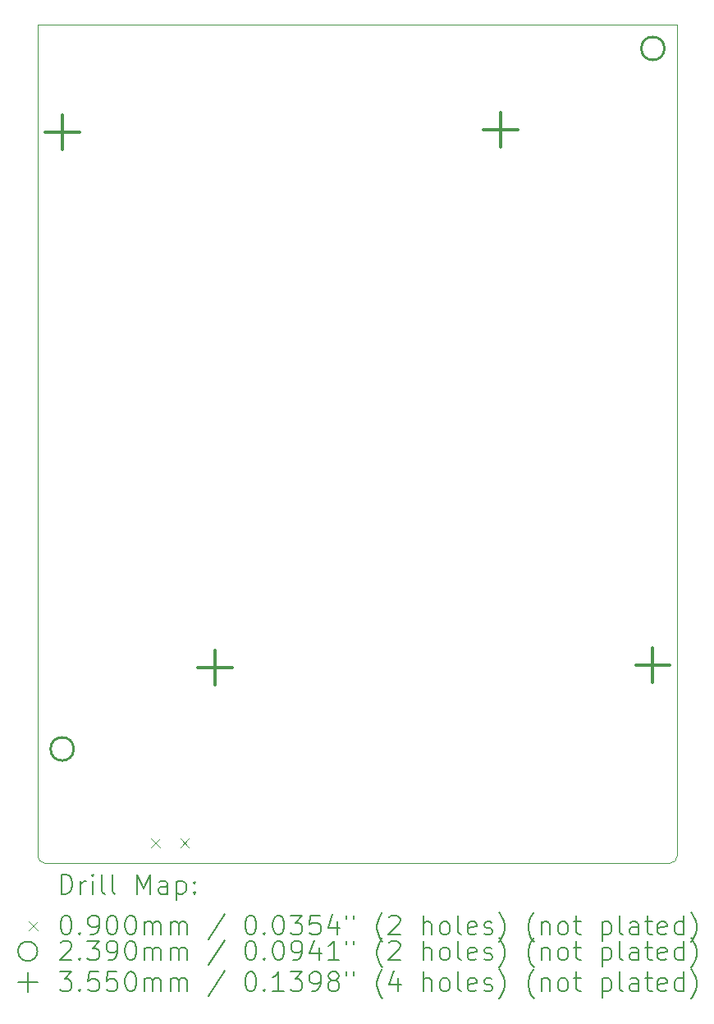
<source format=gbr>
%TF.GenerationSoftware,KiCad,Pcbnew,7.0.1*%
%TF.CreationDate,2023-12-18T13:28:24+01:00*%
%TF.ProjectId,ZumoComSystem,5a756d6f-436f-46d5-9379-7374656d2e6b,V1.2*%
%TF.SameCoordinates,Original*%
%TF.FileFunction,Drillmap*%
%TF.FilePolarity,Positive*%
%FSLAX45Y45*%
G04 Gerber Fmt 4.5, Leading zero omitted, Abs format (unit mm)*
G04 Created by KiCad (PCBNEW 7.0.1) date 2023-12-18 13:28:24*
%MOMM*%
%LPD*%
G01*
G04 APERTURE LIST*
%ADD10C,0.050000*%
%ADD11C,0.200000*%
%ADD12C,0.090000*%
%ADD13C,0.239000*%
%ADD14C,0.355000*%
G04 APERTURE END LIST*
D10*
X18000000Y-14370000D02*
X18000000Y-5800000D01*
X11480000Y-14450000D02*
X17920000Y-14450000D01*
X11400000Y-5800000D02*
X18000000Y-5800000D01*
X17920000Y-14450000D02*
G75*
G03*
X18000000Y-14370000I0J80000D01*
G01*
X11400000Y-5800000D02*
X11400000Y-14370000D01*
X11400000Y-14370000D02*
G75*
G03*
X11480000Y-14450000I80000J0D01*
G01*
D11*
D12*
X12572500Y-14195000D02*
X12662500Y-14285000D01*
X12662500Y-14195000D02*
X12572500Y-14285000D01*
X12872500Y-14195000D02*
X12962500Y-14285000D01*
X12962500Y-14195000D02*
X12872500Y-14285000D01*
D13*
X11772500Y-13271000D02*
G75*
G03*
X11772500Y-13271000I-119500J0D01*
G01*
X17866500Y-6048000D02*
G75*
G03*
X17866500Y-6048000I-119500J0D01*
G01*
D14*
X11653000Y-6735500D02*
X11653000Y-7090500D01*
X11475500Y-6913000D02*
X11830500Y-6913000D01*
X13227000Y-12255500D02*
X13227000Y-12610500D01*
X13049500Y-12433000D02*
X13404500Y-12433000D01*
X16173000Y-6708500D02*
X16173000Y-7063500D01*
X15995500Y-6886000D02*
X16350500Y-6886000D01*
X17747000Y-12228500D02*
X17747000Y-12583500D01*
X17569500Y-12406000D02*
X17924500Y-12406000D01*
D11*
X11645119Y-14765024D02*
X11645119Y-14565024D01*
X11645119Y-14565024D02*
X11692738Y-14565024D01*
X11692738Y-14565024D02*
X11721309Y-14574548D01*
X11721309Y-14574548D02*
X11740357Y-14593595D01*
X11740357Y-14593595D02*
X11749881Y-14612643D01*
X11749881Y-14612643D02*
X11759405Y-14650738D01*
X11759405Y-14650738D02*
X11759405Y-14679309D01*
X11759405Y-14679309D02*
X11749881Y-14717405D01*
X11749881Y-14717405D02*
X11740357Y-14736452D01*
X11740357Y-14736452D02*
X11721309Y-14755500D01*
X11721309Y-14755500D02*
X11692738Y-14765024D01*
X11692738Y-14765024D02*
X11645119Y-14765024D01*
X11845119Y-14765024D02*
X11845119Y-14631690D01*
X11845119Y-14669786D02*
X11854643Y-14650738D01*
X11854643Y-14650738D02*
X11864167Y-14641214D01*
X11864167Y-14641214D02*
X11883214Y-14631690D01*
X11883214Y-14631690D02*
X11902262Y-14631690D01*
X11968928Y-14765024D02*
X11968928Y-14631690D01*
X11968928Y-14565024D02*
X11959405Y-14574548D01*
X11959405Y-14574548D02*
X11968928Y-14584071D01*
X11968928Y-14584071D02*
X11978452Y-14574548D01*
X11978452Y-14574548D02*
X11968928Y-14565024D01*
X11968928Y-14565024D02*
X11968928Y-14584071D01*
X12092738Y-14765024D02*
X12073690Y-14755500D01*
X12073690Y-14755500D02*
X12064167Y-14736452D01*
X12064167Y-14736452D02*
X12064167Y-14565024D01*
X12197500Y-14765024D02*
X12178452Y-14755500D01*
X12178452Y-14755500D02*
X12168928Y-14736452D01*
X12168928Y-14736452D02*
X12168928Y-14565024D01*
X12426071Y-14765024D02*
X12426071Y-14565024D01*
X12426071Y-14565024D02*
X12492738Y-14707881D01*
X12492738Y-14707881D02*
X12559405Y-14565024D01*
X12559405Y-14565024D02*
X12559405Y-14765024D01*
X12740357Y-14765024D02*
X12740357Y-14660262D01*
X12740357Y-14660262D02*
X12730833Y-14641214D01*
X12730833Y-14641214D02*
X12711786Y-14631690D01*
X12711786Y-14631690D02*
X12673690Y-14631690D01*
X12673690Y-14631690D02*
X12654643Y-14641214D01*
X12740357Y-14755500D02*
X12721309Y-14765024D01*
X12721309Y-14765024D02*
X12673690Y-14765024D01*
X12673690Y-14765024D02*
X12654643Y-14755500D01*
X12654643Y-14755500D02*
X12645119Y-14736452D01*
X12645119Y-14736452D02*
X12645119Y-14717405D01*
X12645119Y-14717405D02*
X12654643Y-14698357D01*
X12654643Y-14698357D02*
X12673690Y-14688833D01*
X12673690Y-14688833D02*
X12721309Y-14688833D01*
X12721309Y-14688833D02*
X12740357Y-14679309D01*
X12835595Y-14631690D02*
X12835595Y-14831690D01*
X12835595Y-14641214D02*
X12854643Y-14631690D01*
X12854643Y-14631690D02*
X12892738Y-14631690D01*
X12892738Y-14631690D02*
X12911786Y-14641214D01*
X12911786Y-14641214D02*
X12921309Y-14650738D01*
X12921309Y-14650738D02*
X12930833Y-14669786D01*
X12930833Y-14669786D02*
X12930833Y-14726928D01*
X12930833Y-14726928D02*
X12921309Y-14745976D01*
X12921309Y-14745976D02*
X12911786Y-14755500D01*
X12911786Y-14755500D02*
X12892738Y-14765024D01*
X12892738Y-14765024D02*
X12854643Y-14765024D01*
X12854643Y-14765024D02*
X12835595Y-14755500D01*
X13016548Y-14745976D02*
X13026071Y-14755500D01*
X13026071Y-14755500D02*
X13016548Y-14765024D01*
X13016548Y-14765024D02*
X13007024Y-14755500D01*
X13007024Y-14755500D02*
X13016548Y-14745976D01*
X13016548Y-14745976D02*
X13016548Y-14765024D01*
X13016548Y-14641214D02*
X13026071Y-14650738D01*
X13026071Y-14650738D02*
X13016548Y-14660262D01*
X13016548Y-14660262D02*
X13007024Y-14650738D01*
X13007024Y-14650738D02*
X13016548Y-14641214D01*
X13016548Y-14641214D02*
X13016548Y-14660262D01*
D12*
X11307500Y-15047500D02*
X11397500Y-15137500D01*
X11397500Y-15047500D02*
X11307500Y-15137500D01*
D11*
X11683214Y-14985024D02*
X11702262Y-14985024D01*
X11702262Y-14985024D02*
X11721309Y-14994548D01*
X11721309Y-14994548D02*
X11730833Y-15004071D01*
X11730833Y-15004071D02*
X11740357Y-15023119D01*
X11740357Y-15023119D02*
X11749881Y-15061214D01*
X11749881Y-15061214D02*
X11749881Y-15108833D01*
X11749881Y-15108833D02*
X11740357Y-15146928D01*
X11740357Y-15146928D02*
X11730833Y-15165976D01*
X11730833Y-15165976D02*
X11721309Y-15175500D01*
X11721309Y-15175500D02*
X11702262Y-15185024D01*
X11702262Y-15185024D02*
X11683214Y-15185024D01*
X11683214Y-15185024D02*
X11664167Y-15175500D01*
X11664167Y-15175500D02*
X11654643Y-15165976D01*
X11654643Y-15165976D02*
X11645119Y-15146928D01*
X11645119Y-15146928D02*
X11635595Y-15108833D01*
X11635595Y-15108833D02*
X11635595Y-15061214D01*
X11635595Y-15061214D02*
X11645119Y-15023119D01*
X11645119Y-15023119D02*
X11654643Y-15004071D01*
X11654643Y-15004071D02*
X11664167Y-14994548D01*
X11664167Y-14994548D02*
X11683214Y-14985024D01*
X11835595Y-15165976D02*
X11845119Y-15175500D01*
X11845119Y-15175500D02*
X11835595Y-15185024D01*
X11835595Y-15185024D02*
X11826071Y-15175500D01*
X11826071Y-15175500D02*
X11835595Y-15165976D01*
X11835595Y-15165976D02*
X11835595Y-15185024D01*
X11940357Y-15185024D02*
X11978452Y-15185024D01*
X11978452Y-15185024D02*
X11997500Y-15175500D01*
X11997500Y-15175500D02*
X12007024Y-15165976D01*
X12007024Y-15165976D02*
X12026071Y-15137405D01*
X12026071Y-15137405D02*
X12035595Y-15099309D01*
X12035595Y-15099309D02*
X12035595Y-15023119D01*
X12035595Y-15023119D02*
X12026071Y-15004071D01*
X12026071Y-15004071D02*
X12016548Y-14994548D01*
X12016548Y-14994548D02*
X11997500Y-14985024D01*
X11997500Y-14985024D02*
X11959405Y-14985024D01*
X11959405Y-14985024D02*
X11940357Y-14994548D01*
X11940357Y-14994548D02*
X11930833Y-15004071D01*
X11930833Y-15004071D02*
X11921309Y-15023119D01*
X11921309Y-15023119D02*
X11921309Y-15070738D01*
X11921309Y-15070738D02*
X11930833Y-15089786D01*
X11930833Y-15089786D02*
X11940357Y-15099309D01*
X11940357Y-15099309D02*
X11959405Y-15108833D01*
X11959405Y-15108833D02*
X11997500Y-15108833D01*
X11997500Y-15108833D02*
X12016548Y-15099309D01*
X12016548Y-15099309D02*
X12026071Y-15089786D01*
X12026071Y-15089786D02*
X12035595Y-15070738D01*
X12159405Y-14985024D02*
X12178452Y-14985024D01*
X12178452Y-14985024D02*
X12197500Y-14994548D01*
X12197500Y-14994548D02*
X12207024Y-15004071D01*
X12207024Y-15004071D02*
X12216548Y-15023119D01*
X12216548Y-15023119D02*
X12226071Y-15061214D01*
X12226071Y-15061214D02*
X12226071Y-15108833D01*
X12226071Y-15108833D02*
X12216548Y-15146928D01*
X12216548Y-15146928D02*
X12207024Y-15165976D01*
X12207024Y-15165976D02*
X12197500Y-15175500D01*
X12197500Y-15175500D02*
X12178452Y-15185024D01*
X12178452Y-15185024D02*
X12159405Y-15185024D01*
X12159405Y-15185024D02*
X12140357Y-15175500D01*
X12140357Y-15175500D02*
X12130833Y-15165976D01*
X12130833Y-15165976D02*
X12121309Y-15146928D01*
X12121309Y-15146928D02*
X12111786Y-15108833D01*
X12111786Y-15108833D02*
X12111786Y-15061214D01*
X12111786Y-15061214D02*
X12121309Y-15023119D01*
X12121309Y-15023119D02*
X12130833Y-15004071D01*
X12130833Y-15004071D02*
X12140357Y-14994548D01*
X12140357Y-14994548D02*
X12159405Y-14985024D01*
X12349881Y-14985024D02*
X12368929Y-14985024D01*
X12368929Y-14985024D02*
X12387976Y-14994548D01*
X12387976Y-14994548D02*
X12397500Y-15004071D01*
X12397500Y-15004071D02*
X12407024Y-15023119D01*
X12407024Y-15023119D02*
X12416548Y-15061214D01*
X12416548Y-15061214D02*
X12416548Y-15108833D01*
X12416548Y-15108833D02*
X12407024Y-15146928D01*
X12407024Y-15146928D02*
X12397500Y-15165976D01*
X12397500Y-15165976D02*
X12387976Y-15175500D01*
X12387976Y-15175500D02*
X12368929Y-15185024D01*
X12368929Y-15185024D02*
X12349881Y-15185024D01*
X12349881Y-15185024D02*
X12330833Y-15175500D01*
X12330833Y-15175500D02*
X12321309Y-15165976D01*
X12321309Y-15165976D02*
X12311786Y-15146928D01*
X12311786Y-15146928D02*
X12302262Y-15108833D01*
X12302262Y-15108833D02*
X12302262Y-15061214D01*
X12302262Y-15061214D02*
X12311786Y-15023119D01*
X12311786Y-15023119D02*
X12321309Y-15004071D01*
X12321309Y-15004071D02*
X12330833Y-14994548D01*
X12330833Y-14994548D02*
X12349881Y-14985024D01*
X12502262Y-15185024D02*
X12502262Y-15051690D01*
X12502262Y-15070738D02*
X12511786Y-15061214D01*
X12511786Y-15061214D02*
X12530833Y-15051690D01*
X12530833Y-15051690D02*
X12559405Y-15051690D01*
X12559405Y-15051690D02*
X12578452Y-15061214D01*
X12578452Y-15061214D02*
X12587976Y-15080262D01*
X12587976Y-15080262D02*
X12587976Y-15185024D01*
X12587976Y-15080262D02*
X12597500Y-15061214D01*
X12597500Y-15061214D02*
X12616548Y-15051690D01*
X12616548Y-15051690D02*
X12645119Y-15051690D01*
X12645119Y-15051690D02*
X12664167Y-15061214D01*
X12664167Y-15061214D02*
X12673690Y-15080262D01*
X12673690Y-15080262D02*
X12673690Y-15185024D01*
X12768929Y-15185024D02*
X12768929Y-15051690D01*
X12768929Y-15070738D02*
X12778452Y-15061214D01*
X12778452Y-15061214D02*
X12797500Y-15051690D01*
X12797500Y-15051690D02*
X12826071Y-15051690D01*
X12826071Y-15051690D02*
X12845119Y-15061214D01*
X12845119Y-15061214D02*
X12854643Y-15080262D01*
X12854643Y-15080262D02*
X12854643Y-15185024D01*
X12854643Y-15080262D02*
X12864167Y-15061214D01*
X12864167Y-15061214D02*
X12883214Y-15051690D01*
X12883214Y-15051690D02*
X12911786Y-15051690D01*
X12911786Y-15051690D02*
X12930833Y-15061214D01*
X12930833Y-15061214D02*
X12940357Y-15080262D01*
X12940357Y-15080262D02*
X12940357Y-15185024D01*
X13330833Y-14975500D02*
X13159405Y-15232643D01*
X13587976Y-14985024D02*
X13607024Y-14985024D01*
X13607024Y-14985024D02*
X13626072Y-14994548D01*
X13626072Y-14994548D02*
X13635595Y-15004071D01*
X13635595Y-15004071D02*
X13645119Y-15023119D01*
X13645119Y-15023119D02*
X13654643Y-15061214D01*
X13654643Y-15061214D02*
X13654643Y-15108833D01*
X13654643Y-15108833D02*
X13645119Y-15146928D01*
X13645119Y-15146928D02*
X13635595Y-15165976D01*
X13635595Y-15165976D02*
X13626072Y-15175500D01*
X13626072Y-15175500D02*
X13607024Y-15185024D01*
X13607024Y-15185024D02*
X13587976Y-15185024D01*
X13587976Y-15185024D02*
X13568929Y-15175500D01*
X13568929Y-15175500D02*
X13559405Y-15165976D01*
X13559405Y-15165976D02*
X13549881Y-15146928D01*
X13549881Y-15146928D02*
X13540357Y-15108833D01*
X13540357Y-15108833D02*
X13540357Y-15061214D01*
X13540357Y-15061214D02*
X13549881Y-15023119D01*
X13549881Y-15023119D02*
X13559405Y-15004071D01*
X13559405Y-15004071D02*
X13568929Y-14994548D01*
X13568929Y-14994548D02*
X13587976Y-14985024D01*
X13740357Y-15165976D02*
X13749881Y-15175500D01*
X13749881Y-15175500D02*
X13740357Y-15185024D01*
X13740357Y-15185024D02*
X13730833Y-15175500D01*
X13730833Y-15175500D02*
X13740357Y-15165976D01*
X13740357Y-15165976D02*
X13740357Y-15185024D01*
X13873691Y-14985024D02*
X13892738Y-14985024D01*
X13892738Y-14985024D02*
X13911786Y-14994548D01*
X13911786Y-14994548D02*
X13921310Y-15004071D01*
X13921310Y-15004071D02*
X13930833Y-15023119D01*
X13930833Y-15023119D02*
X13940357Y-15061214D01*
X13940357Y-15061214D02*
X13940357Y-15108833D01*
X13940357Y-15108833D02*
X13930833Y-15146928D01*
X13930833Y-15146928D02*
X13921310Y-15165976D01*
X13921310Y-15165976D02*
X13911786Y-15175500D01*
X13911786Y-15175500D02*
X13892738Y-15185024D01*
X13892738Y-15185024D02*
X13873691Y-15185024D01*
X13873691Y-15185024D02*
X13854643Y-15175500D01*
X13854643Y-15175500D02*
X13845119Y-15165976D01*
X13845119Y-15165976D02*
X13835595Y-15146928D01*
X13835595Y-15146928D02*
X13826072Y-15108833D01*
X13826072Y-15108833D02*
X13826072Y-15061214D01*
X13826072Y-15061214D02*
X13835595Y-15023119D01*
X13835595Y-15023119D02*
X13845119Y-15004071D01*
X13845119Y-15004071D02*
X13854643Y-14994548D01*
X13854643Y-14994548D02*
X13873691Y-14985024D01*
X14007024Y-14985024D02*
X14130833Y-14985024D01*
X14130833Y-14985024D02*
X14064167Y-15061214D01*
X14064167Y-15061214D02*
X14092738Y-15061214D01*
X14092738Y-15061214D02*
X14111786Y-15070738D01*
X14111786Y-15070738D02*
X14121310Y-15080262D01*
X14121310Y-15080262D02*
X14130833Y-15099309D01*
X14130833Y-15099309D02*
X14130833Y-15146928D01*
X14130833Y-15146928D02*
X14121310Y-15165976D01*
X14121310Y-15165976D02*
X14111786Y-15175500D01*
X14111786Y-15175500D02*
X14092738Y-15185024D01*
X14092738Y-15185024D02*
X14035595Y-15185024D01*
X14035595Y-15185024D02*
X14016548Y-15175500D01*
X14016548Y-15175500D02*
X14007024Y-15165976D01*
X14311786Y-14985024D02*
X14216548Y-14985024D01*
X14216548Y-14985024D02*
X14207024Y-15080262D01*
X14207024Y-15080262D02*
X14216548Y-15070738D01*
X14216548Y-15070738D02*
X14235595Y-15061214D01*
X14235595Y-15061214D02*
X14283214Y-15061214D01*
X14283214Y-15061214D02*
X14302262Y-15070738D01*
X14302262Y-15070738D02*
X14311786Y-15080262D01*
X14311786Y-15080262D02*
X14321310Y-15099309D01*
X14321310Y-15099309D02*
X14321310Y-15146928D01*
X14321310Y-15146928D02*
X14311786Y-15165976D01*
X14311786Y-15165976D02*
X14302262Y-15175500D01*
X14302262Y-15175500D02*
X14283214Y-15185024D01*
X14283214Y-15185024D02*
X14235595Y-15185024D01*
X14235595Y-15185024D02*
X14216548Y-15175500D01*
X14216548Y-15175500D02*
X14207024Y-15165976D01*
X14492738Y-15051690D02*
X14492738Y-15185024D01*
X14445119Y-14975500D02*
X14397500Y-15118357D01*
X14397500Y-15118357D02*
X14521310Y-15118357D01*
X14587976Y-14985024D02*
X14587976Y-15023119D01*
X14664167Y-14985024D02*
X14664167Y-15023119D01*
X14959405Y-15261214D02*
X14949881Y-15251690D01*
X14949881Y-15251690D02*
X14930834Y-15223119D01*
X14930834Y-15223119D02*
X14921310Y-15204071D01*
X14921310Y-15204071D02*
X14911786Y-15175500D01*
X14911786Y-15175500D02*
X14902262Y-15127881D01*
X14902262Y-15127881D02*
X14902262Y-15089786D01*
X14902262Y-15089786D02*
X14911786Y-15042167D01*
X14911786Y-15042167D02*
X14921310Y-15013595D01*
X14921310Y-15013595D02*
X14930834Y-14994548D01*
X14930834Y-14994548D02*
X14949881Y-14965976D01*
X14949881Y-14965976D02*
X14959405Y-14956452D01*
X15026072Y-15004071D02*
X15035595Y-14994548D01*
X15035595Y-14994548D02*
X15054643Y-14985024D01*
X15054643Y-14985024D02*
X15102262Y-14985024D01*
X15102262Y-14985024D02*
X15121310Y-14994548D01*
X15121310Y-14994548D02*
X15130834Y-15004071D01*
X15130834Y-15004071D02*
X15140357Y-15023119D01*
X15140357Y-15023119D02*
X15140357Y-15042167D01*
X15140357Y-15042167D02*
X15130834Y-15070738D01*
X15130834Y-15070738D02*
X15016548Y-15185024D01*
X15016548Y-15185024D02*
X15140357Y-15185024D01*
X15378453Y-15185024D02*
X15378453Y-14985024D01*
X15464167Y-15185024D02*
X15464167Y-15080262D01*
X15464167Y-15080262D02*
X15454643Y-15061214D01*
X15454643Y-15061214D02*
X15435596Y-15051690D01*
X15435596Y-15051690D02*
X15407024Y-15051690D01*
X15407024Y-15051690D02*
X15387976Y-15061214D01*
X15387976Y-15061214D02*
X15378453Y-15070738D01*
X15587976Y-15185024D02*
X15568929Y-15175500D01*
X15568929Y-15175500D02*
X15559405Y-15165976D01*
X15559405Y-15165976D02*
X15549881Y-15146928D01*
X15549881Y-15146928D02*
X15549881Y-15089786D01*
X15549881Y-15089786D02*
X15559405Y-15070738D01*
X15559405Y-15070738D02*
X15568929Y-15061214D01*
X15568929Y-15061214D02*
X15587976Y-15051690D01*
X15587976Y-15051690D02*
X15616548Y-15051690D01*
X15616548Y-15051690D02*
X15635596Y-15061214D01*
X15635596Y-15061214D02*
X15645119Y-15070738D01*
X15645119Y-15070738D02*
X15654643Y-15089786D01*
X15654643Y-15089786D02*
X15654643Y-15146928D01*
X15654643Y-15146928D02*
X15645119Y-15165976D01*
X15645119Y-15165976D02*
X15635596Y-15175500D01*
X15635596Y-15175500D02*
X15616548Y-15185024D01*
X15616548Y-15185024D02*
X15587976Y-15185024D01*
X15768929Y-15185024D02*
X15749881Y-15175500D01*
X15749881Y-15175500D02*
X15740357Y-15156452D01*
X15740357Y-15156452D02*
X15740357Y-14985024D01*
X15921310Y-15175500D02*
X15902262Y-15185024D01*
X15902262Y-15185024D02*
X15864167Y-15185024D01*
X15864167Y-15185024D02*
X15845119Y-15175500D01*
X15845119Y-15175500D02*
X15835596Y-15156452D01*
X15835596Y-15156452D02*
X15835596Y-15080262D01*
X15835596Y-15080262D02*
X15845119Y-15061214D01*
X15845119Y-15061214D02*
X15864167Y-15051690D01*
X15864167Y-15051690D02*
X15902262Y-15051690D01*
X15902262Y-15051690D02*
X15921310Y-15061214D01*
X15921310Y-15061214D02*
X15930834Y-15080262D01*
X15930834Y-15080262D02*
X15930834Y-15099309D01*
X15930834Y-15099309D02*
X15835596Y-15118357D01*
X16007024Y-15175500D02*
X16026072Y-15185024D01*
X16026072Y-15185024D02*
X16064167Y-15185024D01*
X16064167Y-15185024D02*
X16083215Y-15175500D01*
X16083215Y-15175500D02*
X16092738Y-15156452D01*
X16092738Y-15156452D02*
X16092738Y-15146928D01*
X16092738Y-15146928D02*
X16083215Y-15127881D01*
X16083215Y-15127881D02*
X16064167Y-15118357D01*
X16064167Y-15118357D02*
X16035596Y-15118357D01*
X16035596Y-15118357D02*
X16016548Y-15108833D01*
X16016548Y-15108833D02*
X16007024Y-15089786D01*
X16007024Y-15089786D02*
X16007024Y-15080262D01*
X16007024Y-15080262D02*
X16016548Y-15061214D01*
X16016548Y-15061214D02*
X16035596Y-15051690D01*
X16035596Y-15051690D02*
X16064167Y-15051690D01*
X16064167Y-15051690D02*
X16083215Y-15061214D01*
X16159405Y-15261214D02*
X16168929Y-15251690D01*
X16168929Y-15251690D02*
X16187977Y-15223119D01*
X16187977Y-15223119D02*
X16197500Y-15204071D01*
X16197500Y-15204071D02*
X16207024Y-15175500D01*
X16207024Y-15175500D02*
X16216548Y-15127881D01*
X16216548Y-15127881D02*
X16216548Y-15089786D01*
X16216548Y-15089786D02*
X16207024Y-15042167D01*
X16207024Y-15042167D02*
X16197500Y-15013595D01*
X16197500Y-15013595D02*
X16187977Y-14994548D01*
X16187977Y-14994548D02*
X16168929Y-14965976D01*
X16168929Y-14965976D02*
X16159405Y-14956452D01*
X16521310Y-15261214D02*
X16511786Y-15251690D01*
X16511786Y-15251690D02*
X16492738Y-15223119D01*
X16492738Y-15223119D02*
X16483215Y-15204071D01*
X16483215Y-15204071D02*
X16473691Y-15175500D01*
X16473691Y-15175500D02*
X16464167Y-15127881D01*
X16464167Y-15127881D02*
X16464167Y-15089786D01*
X16464167Y-15089786D02*
X16473691Y-15042167D01*
X16473691Y-15042167D02*
X16483215Y-15013595D01*
X16483215Y-15013595D02*
X16492738Y-14994548D01*
X16492738Y-14994548D02*
X16511786Y-14965976D01*
X16511786Y-14965976D02*
X16521310Y-14956452D01*
X16597500Y-15051690D02*
X16597500Y-15185024D01*
X16597500Y-15070738D02*
X16607024Y-15061214D01*
X16607024Y-15061214D02*
X16626072Y-15051690D01*
X16626072Y-15051690D02*
X16654643Y-15051690D01*
X16654643Y-15051690D02*
X16673691Y-15061214D01*
X16673691Y-15061214D02*
X16683215Y-15080262D01*
X16683215Y-15080262D02*
X16683215Y-15185024D01*
X16807024Y-15185024D02*
X16787977Y-15175500D01*
X16787977Y-15175500D02*
X16778453Y-15165976D01*
X16778453Y-15165976D02*
X16768929Y-15146928D01*
X16768929Y-15146928D02*
X16768929Y-15089786D01*
X16768929Y-15089786D02*
X16778453Y-15070738D01*
X16778453Y-15070738D02*
X16787977Y-15061214D01*
X16787977Y-15061214D02*
X16807024Y-15051690D01*
X16807024Y-15051690D02*
X16835596Y-15051690D01*
X16835596Y-15051690D02*
X16854643Y-15061214D01*
X16854643Y-15061214D02*
X16864167Y-15070738D01*
X16864167Y-15070738D02*
X16873691Y-15089786D01*
X16873691Y-15089786D02*
X16873691Y-15146928D01*
X16873691Y-15146928D02*
X16864167Y-15165976D01*
X16864167Y-15165976D02*
X16854643Y-15175500D01*
X16854643Y-15175500D02*
X16835596Y-15185024D01*
X16835596Y-15185024D02*
X16807024Y-15185024D01*
X16930834Y-15051690D02*
X17007024Y-15051690D01*
X16959405Y-14985024D02*
X16959405Y-15156452D01*
X16959405Y-15156452D02*
X16968929Y-15175500D01*
X16968929Y-15175500D02*
X16987977Y-15185024D01*
X16987977Y-15185024D02*
X17007024Y-15185024D01*
X17226072Y-15051690D02*
X17226072Y-15251690D01*
X17226072Y-15061214D02*
X17245120Y-15051690D01*
X17245120Y-15051690D02*
X17283215Y-15051690D01*
X17283215Y-15051690D02*
X17302262Y-15061214D01*
X17302262Y-15061214D02*
X17311786Y-15070738D01*
X17311786Y-15070738D02*
X17321310Y-15089786D01*
X17321310Y-15089786D02*
X17321310Y-15146928D01*
X17321310Y-15146928D02*
X17311786Y-15165976D01*
X17311786Y-15165976D02*
X17302262Y-15175500D01*
X17302262Y-15175500D02*
X17283215Y-15185024D01*
X17283215Y-15185024D02*
X17245120Y-15185024D01*
X17245120Y-15185024D02*
X17226072Y-15175500D01*
X17435596Y-15185024D02*
X17416548Y-15175500D01*
X17416548Y-15175500D02*
X17407024Y-15156452D01*
X17407024Y-15156452D02*
X17407024Y-14985024D01*
X17597501Y-15185024D02*
X17597501Y-15080262D01*
X17597501Y-15080262D02*
X17587977Y-15061214D01*
X17587977Y-15061214D02*
X17568929Y-15051690D01*
X17568929Y-15051690D02*
X17530834Y-15051690D01*
X17530834Y-15051690D02*
X17511786Y-15061214D01*
X17597501Y-15175500D02*
X17578453Y-15185024D01*
X17578453Y-15185024D02*
X17530834Y-15185024D01*
X17530834Y-15185024D02*
X17511786Y-15175500D01*
X17511786Y-15175500D02*
X17502262Y-15156452D01*
X17502262Y-15156452D02*
X17502262Y-15137405D01*
X17502262Y-15137405D02*
X17511786Y-15118357D01*
X17511786Y-15118357D02*
X17530834Y-15108833D01*
X17530834Y-15108833D02*
X17578453Y-15108833D01*
X17578453Y-15108833D02*
X17597501Y-15099309D01*
X17664167Y-15051690D02*
X17740358Y-15051690D01*
X17692739Y-14985024D02*
X17692739Y-15156452D01*
X17692739Y-15156452D02*
X17702262Y-15175500D01*
X17702262Y-15175500D02*
X17721310Y-15185024D01*
X17721310Y-15185024D02*
X17740358Y-15185024D01*
X17883215Y-15175500D02*
X17864167Y-15185024D01*
X17864167Y-15185024D02*
X17826072Y-15185024D01*
X17826072Y-15185024D02*
X17807024Y-15175500D01*
X17807024Y-15175500D02*
X17797501Y-15156452D01*
X17797501Y-15156452D02*
X17797501Y-15080262D01*
X17797501Y-15080262D02*
X17807024Y-15061214D01*
X17807024Y-15061214D02*
X17826072Y-15051690D01*
X17826072Y-15051690D02*
X17864167Y-15051690D01*
X17864167Y-15051690D02*
X17883215Y-15061214D01*
X17883215Y-15061214D02*
X17892739Y-15080262D01*
X17892739Y-15080262D02*
X17892739Y-15099309D01*
X17892739Y-15099309D02*
X17797501Y-15118357D01*
X18064167Y-15185024D02*
X18064167Y-14985024D01*
X18064167Y-15175500D02*
X18045120Y-15185024D01*
X18045120Y-15185024D02*
X18007024Y-15185024D01*
X18007024Y-15185024D02*
X17987977Y-15175500D01*
X17987977Y-15175500D02*
X17978453Y-15165976D01*
X17978453Y-15165976D02*
X17968929Y-15146928D01*
X17968929Y-15146928D02*
X17968929Y-15089786D01*
X17968929Y-15089786D02*
X17978453Y-15070738D01*
X17978453Y-15070738D02*
X17987977Y-15061214D01*
X17987977Y-15061214D02*
X18007024Y-15051690D01*
X18007024Y-15051690D02*
X18045120Y-15051690D01*
X18045120Y-15051690D02*
X18064167Y-15061214D01*
X18140358Y-15261214D02*
X18149882Y-15251690D01*
X18149882Y-15251690D02*
X18168929Y-15223119D01*
X18168929Y-15223119D02*
X18178453Y-15204071D01*
X18178453Y-15204071D02*
X18187977Y-15175500D01*
X18187977Y-15175500D02*
X18197501Y-15127881D01*
X18197501Y-15127881D02*
X18197501Y-15089786D01*
X18197501Y-15089786D02*
X18187977Y-15042167D01*
X18187977Y-15042167D02*
X18178453Y-15013595D01*
X18178453Y-15013595D02*
X18168929Y-14994548D01*
X18168929Y-14994548D02*
X18149882Y-14965976D01*
X18149882Y-14965976D02*
X18140358Y-14956452D01*
X11397500Y-15356500D02*
G75*
G03*
X11397500Y-15356500I-100000J0D01*
G01*
X11635595Y-15268071D02*
X11645119Y-15258548D01*
X11645119Y-15258548D02*
X11664167Y-15249024D01*
X11664167Y-15249024D02*
X11711786Y-15249024D01*
X11711786Y-15249024D02*
X11730833Y-15258548D01*
X11730833Y-15258548D02*
X11740357Y-15268071D01*
X11740357Y-15268071D02*
X11749881Y-15287119D01*
X11749881Y-15287119D02*
X11749881Y-15306167D01*
X11749881Y-15306167D02*
X11740357Y-15334738D01*
X11740357Y-15334738D02*
X11626071Y-15449024D01*
X11626071Y-15449024D02*
X11749881Y-15449024D01*
X11835595Y-15429976D02*
X11845119Y-15439500D01*
X11845119Y-15439500D02*
X11835595Y-15449024D01*
X11835595Y-15449024D02*
X11826071Y-15439500D01*
X11826071Y-15439500D02*
X11835595Y-15429976D01*
X11835595Y-15429976D02*
X11835595Y-15449024D01*
X11911786Y-15249024D02*
X12035595Y-15249024D01*
X12035595Y-15249024D02*
X11968928Y-15325214D01*
X11968928Y-15325214D02*
X11997500Y-15325214D01*
X11997500Y-15325214D02*
X12016548Y-15334738D01*
X12016548Y-15334738D02*
X12026071Y-15344262D01*
X12026071Y-15344262D02*
X12035595Y-15363309D01*
X12035595Y-15363309D02*
X12035595Y-15410928D01*
X12035595Y-15410928D02*
X12026071Y-15429976D01*
X12026071Y-15429976D02*
X12016548Y-15439500D01*
X12016548Y-15439500D02*
X11997500Y-15449024D01*
X11997500Y-15449024D02*
X11940357Y-15449024D01*
X11940357Y-15449024D02*
X11921309Y-15439500D01*
X11921309Y-15439500D02*
X11911786Y-15429976D01*
X12130833Y-15449024D02*
X12168928Y-15449024D01*
X12168928Y-15449024D02*
X12187976Y-15439500D01*
X12187976Y-15439500D02*
X12197500Y-15429976D01*
X12197500Y-15429976D02*
X12216548Y-15401405D01*
X12216548Y-15401405D02*
X12226071Y-15363309D01*
X12226071Y-15363309D02*
X12226071Y-15287119D01*
X12226071Y-15287119D02*
X12216548Y-15268071D01*
X12216548Y-15268071D02*
X12207024Y-15258548D01*
X12207024Y-15258548D02*
X12187976Y-15249024D01*
X12187976Y-15249024D02*
X12149881Y-15249024D01*
X12149881Y-15249024D02*
X12130833Y-15258548D01*
X12130833Y-15258548D02*
X12121309Y-15268071D01*
X12121309Y-15268071D02*
X12111786Y-15287119D01*
X12111786Y-15287119D02*
X12111786Y-15334738D01*
X12111786Y-15334738D02*
X12121309Y-15353786D01*
X12121309Y-15353786D02*
X12130833Y-15363309D01*
X12130833Y-15363309D02*
X12149881Y-15372833D01*
X12149881Y-15372833D02*
X12187976Y-15372833D01*
X12187976Y-15372833D02*
X12207024Y-15363309D01*
X12207024Y-15363309D02*
X12216548Y-15353786D01*
X12216548Y-15353786D02*
X12226071Y-15334738D01*
X12349881Y-15249024D02*
X12368929Y-15249024D01*
X12368929Y-15249024D02*
X12387976Y-15258548D01*
X12387976Y-15258548D02*
X12397500Y-15268071D01*
X12397500Y-15268071D02*
X12407024Y-15287119D01*
X12407024Y-15287119D02*
X12416548Y-15325214D01*
X12416548Y-15325214D02*
X12416548Y-15372833D01*
X12416548Y-15372833D02*
X12407024Y-15410928D01*
X12407024Y-15410928D02*
X12397500Y-15429976D01*
X12397500Y-15429976D02*
X12387976Y-15439500D01*
X12387976Y-15439500D02*
X12368929Y-15449024D01*
X12368929Y-15449024D02*
X12349881Y-15449024D01*
X12349881Y-15449024D02*
X12330833Y-15439500D01*
X12330833Y-15439500D02*
X12321309Y-15429976D01*
X12321309Y-15429976D02*
X12311786Y-15410928D01*
X12311786Y-15410928D02*
X12302262Y-15372833D01*
X12302262Y-15372833D02*
X12302262Y-15325214D01*
X12302262Y-15325214D02*
X12311786Y-15287119D01*
X12311786Y-15287119D02*
X12321309Y-15268071D01*
X12321309Y-15268071D02*
X12330833Y-15258548D01*
X12330833Y-15258548D02*
X12349881Y-15249024D01*
X12502262Y-15449024D02*
X12502262Y-15315690D01*
X12502262Y-15334738D02*
X12511786Y-15325214D01*
X12511786Y-15325214D02*
X12530833Y-15315690D01*
X12530833Y-15315690D02*
X12559405Y-15315690D01*
X12559405Y-15315690D02*
X12578452Y-15325214D01*
X12578452Y-15325214D02*
X12587976Y-15344262D01*
X12587976Y-15344262D02*
X12587976Y-15449024D01*
X12587976Y-15344262D02*
X12597500Y-15325214D01*
X12597500Y-15325214D02*
X12616548Y-15315690D01*
X12616548Y-15315690D02*
X12645119Y-15315690D01*
X12645119Y-15315690D02*
X12664167Y-15325214D01*
X12664167Y-15325214D02*
X12673690Y-15344262D01*
X12673690Y-15344262D02*
X12673690Y-15449024D01*
X12768929Y-15449024D02*
X12768929Y-15315690D01*
X12768929Y-15334738D02*
X12778452Y-15325214D01*
X12778452Y-15325214D02*
X12797500Y-15315690D01*
X12797500Y-15315690D02*
X12826071Y-15315690D01*
X12826071Y-15315690D02*
X12845119Y-15325214D01*
X12845119Y-15325214D02*
X12854643Y-15344262D01*
X12854643Y-15344262D02*
X12854643Y-15449024D01*
X12854643Y-15344262D02*
X12864167Y-15325214D01*
X12864167Y-15325214D02*
X12883214Y-15315690D01*
X12883214Y-15315690D02*
X12911786Y-15315690D01*
X12911786Y-15315690D02*
X12930833Y-15325214D01*
X12930833Y-15325214D02*
X12940357Y-15344262D01*
X12940357Y-15344262D02*
X12940357Y-15449024D01*
X13330833Y-15239500D02*
X13159405Y-15496643D01*
X13587976Y-15249024D02*
X13607024Y-15249024D01*
X13607024Y-15249024D02*
X13626072Y-15258548D01*
X13626072Y-15258548D02*
X13635595Y-15268071D01*
X13635595Y-15268071D02*
X13645119Y-15287119D01*
X13645119Y-15287119D02*
X13654643Y-15325214D01*
X13654643Y-15325214D02*
X13654643Y-15372833D01*
X13654643Y-15372833D02*
X13645119Y-15410928D01*
X13645119Y-15410928D02*
X13635595Y-15429976D01*
X13635595Y-15429976D02*
X13626072Y-15439500D01*
X13626072Y-15439500D02*
X13607024Y-15449024D01*
X13607024Y-15449024D02*
X13587976Y-15449024D01*
X13587976Y-15449024D02*
X13568929Y-15439500D01*
X13568929Y-15439500D02*
X13559405Y-15429976D01*
X13559405Y-15429976D02*
X13549881Y-15410928D01*
X13549881Y-15410928D02*
X13540357Y-15372833D01*
X13540357Y-15372833D02*
X13540357Y-15325214D01*
X13540357Y-15325214D02*
X13549881Y-15287119D01*
X13549881Y-15287119D02*
X13559405Y-15268071D01*
X13559405Y-15268071D02*
X13568929Y-15258548D01*
X13568929Y-15258548D02*
X13587976Y-15249024D01*
X13740357Y-15429976D02*
X13749881Y-15439500D01*
X13749881Y-15439500D02*
X13740357Y-15449024D01*
X13740357Y-15449024D02*
X13730833Y-15439500D01*
X13730833Y-15439500D02*
X13740357Y-15429976D01*
X13740357Y-15429976D02*
X13740357Y-15449024D01*
X13873691Y-15249024D02*
X13892738Y-15249024D01*
X13892738Y-15249024D02*
X13911786Y-15258548D01*
X13911786Y-15258548D02*
X13921310Y-15268071D01*
X13921310Y-15268071D02*
X13930833Y-15287119D01*
X13930833Y-15287119D02*
X13940357Y-15325214D01*
X13940357Y-15325214D02*
X13940357Y-15372833D01*
X13940357Y-15372833D02*
X13930833Y-15410928D01*
X13930833Y-15410928D02*
X13921310Y-15429976D01*
X13921310Y-15429976D02*
X13911786Y-15439500D01*
X13911786Y-15439500D02*
X13892738Y-15449024D01*
X13892738Y-15449024D02*
X13873691Y-15449024D01*
X13873691Y-15449024D02*
X13854643Y-15439500D01*
X13854643Y-15439500D02*
X13845119Y-15429976D01*
X13845119Y-15429976D02*
X13835595Y-15410928D01*
X13835595Y-15410928D02*
X13826072Y-15372833D01*
X13826072Y-15372833D02*
X13826072Y-15325214D01*
X13826072Y-15325214D02*
X13835595Y-15287119D01*
X13835595Y-15287119D02*
X13845119Y-15268071D01*
X13845119Y-15268071D02*
X13854643Y-15258548D01*
X13854643Y-15258548D02*
X13873691Y-15249024D01*
X14035595Y-15449024D02*
X14073691Y-15449024D01*
X14073691Y-15449024D02*
X14092738Y-15439500D01*
X14092738Y-15439500D02*
X14102262Y-15429976D01*
X14102262Y-15429976D02*
X14121310Y-15401405D01*
X14121310Y-15401405D02*
X14130833Y-15363309D01*
X14130833Y-15363309D02*
X14130833Y-15287119D01*
X14130833Y-15287119D02*
X14121310Y-15268071D01*
X14121310Y-15268071D02*
X14111786Y-15258548D01*
X14111786Y-15258548D02*
X14092738Y-15249024D01*
X14092738Y-15249024D02*
X14054643Y-15249024D01*
X14054643Y-15249024D02*
X14035595Y-15258548D01*
X14035595Y-15258548D02*
X14026072Y-15268071D01*
X14026072Y-15268071D02*
X14016548Y-15287119D01*
X14016548Y-15287119D02*
X14016548Y-15334738D01*
X14016548Y-15334738D02*
X14026072Y-15353786D01*
X14026072Y-15353786D02*
X14035595Y-15363309D01*
X14035595Y-15363309D02*
X14054643Y-15372833D01*
X14054643Y-15372833D02*
X14092738Y-15372833D01*
X14092738Y-15372833D02*
X14111786Y-15363309D01*
X14111786Y-15363309D02*
X14121310Y-15353786D01*
X14121310Y-15353786D02*
X14130833Y-15334738D01*
X14302262Y-15315690D02*
X14302262Y-15449024D01*
X14254643Y-15239500D02*
X14207024Y-15382357D01*
X14207024Y-15382357D02*
X14330833Y-15382357D01*
X14511786Y-15449024D02*
X14397500Y-15449024D01*
X14454643Y-15449024D02*
X14454643Y-15249024D01*
X14454643Y-15249024D02*
X14435595Y-15277595D01*
X14435595Y-15277595D02*
X14416548Y-15296643D01*
X14416548Y-15296643D02*
X14397500Y-15306167D01*
X14587976Y-15249024D02*
X14587976Y-15287119D01*
X14664167Y-15249024D02*
X14664167Y-15287119D01*
X14959405Y-15525214D02*
X14949881Y-15515690D01*
X14949881Y-15515690D02*
X14930834Y-15487119D01*
X14930834Y-15487119D02*
X14921310Y-15468071D01*
X14921310Y-15468071D02*
X14911786Y-15439500D01*
X14911786Y-15439500D02*
X14902262Y-15391881D01*
X14902262Y-15391881D02*
X14902262Y-15353786D01*
X14902262Y-15353786D02*
X14911786Y-15306167D01*
X14911786Y-15306167D02*
X14921310Y-15277595D01*
X14921310Y-15277595D02*
X14930834Y-15258548D01*
X14930834Y-15258548D02*
X14949881Y-15229976D01*
X14949881Y-15229976D02*
X14959405Y-15220452D01*
X15026072Y-15268071D02*
X15035595Y-15258548D01*
X15035595Y-15258548D02*
X15054643Y-15249024D01*
X15054643Y-15249024D02*
X15102262Y-15249024D01*
X15102262Y-15249024D02*
X15121310Y-15258548D01*
X15121310Y-15258548D02*
X15130834Y-15268071D01*
X15130834Y-15268071D02*
X15140357Y-15287119D01*
X15140357Y-15287119D02*
X15140357Y-15306167D01*
X15140357Y-15306167D02*
X15130834Y-15334738D01*
X15130834Y-15334738D02*
X15016548Y-15449024D01*
X15016548Y-15449024D02*
X15140357Y-15449024D01*
X15378453Y-15449024D02*
X15378453Y-15249024D01*
X15464167Y-15449024D02*
X15464167Y-15344262D01*
X15464167Y-15344262D02*
X15454643Y-15325214D01*
X15454643Y-15325214D02*
X15435596Y-15315690D01*
X15435596Y-15315690D02*
X15407024Y-15315690D01*
X15407024Y-15315690D02*
X15387976Y-15325214D01*
X15387976Y-15325214D02*
X15378453Y-15334738D01*
X15587976Y-15449024D02*
X15568929Y-15439500D01*
X15568929Y-15439500D02*
X15559405Y-15429976D01*
X15559405Y-15429976D02*
X15549881Y-15410928D01*
X15549881Y-15410928D02*
X15549881Y-15353786D01*
X15549881Y-15353786D02*
X15559405Y-15334738D01*
X15559405Y-15334738D02*
X15568929Y-15325214D01*
X15568929Y-15325214D02*
X15587976Y-15315690D01*
X15587976Y-15315690D02*
X15616548Y-15315690D01*
X15616548Y-15315690D02*
X15635596Y-15325214D01*
X15635596Y-15325214D02*
X15645119Y-15334738D01*
X15645119Y-15334738D02*
X15654643Y-15353786D01*
X15654643Y-15353786D02*
X15654643Y-15410928D01*
X15654643Y-15410928D02*
X15645119Y-15429976D01*
X15645119Y-15429976D02*
X15635596Y-15439500D01*
X15635596Y-15439500D02*
X15616548Y-15449024D01*
X15616548Y-15449024D02*
X15587976Y-15449024D01*
X15768929Y-15449024D02*
X15749881Y-15439500D01*
X15749881Y-15439500D02*
X15740357Y-15420452D01*
X15740357Y-15420452D02*
X15740357Y-15249024D01*
X15921310Y-15439500D02*
X15902262Y-15449024D01*
X15902262Y-15449024D02*
X15864167Y-15449024D01*
X15864167Y-15449024D02*
X15845119Y-15439500D01*
X15845119Y-15439500D02*
X15835596Y-15420452D01*
X15835596Y-15420452D02*
X15835596Y-15344262D01*
X15835596Y-15344262D02*
X15845119Y-15325214D01*
X15845119Y-15325214D02*
X15864167Y-15315690D01*
X15864167Y-15315690D02*
X15902262Y-15315690D01*
X15902262Y-15315690D02*
X15921310Y-15325214D01*
X15921310Y-15325214D02*
X15930834Y-15344262D01*
X15930834Y-15344262D02*
X15930834Y-15363309D01*
X15930834Y-15363309D02*
X15835596Y-15382357D01*
X16007024Y-15439500D02*
X16026072Y-15449024D01*
X16026072Y-15449024D02*
X16064167Y-15449024D01*
X16064167Y-15449024D02*
X16083215Y-15439500D01*
X16083215Y-15439500D02*
X16092738Y-15420452D01*
X16092738Y-15420452D02*
X16092738Y-15410928D01*
X16092738Y-15410928D02*
X16083215Y-15391881D01*
X16083215Y-15391881D02*
X16064167Y-15382357D01*
X16064167Y-15382357D02*
X16035596Y-15382357D01*
X16035596Y-15382357D02*
X16016548Y-15372833D01*
X16016548Y-15372833D02*
X16007024Y-15353786D01*
X16007024Y-15353786D02*
X16007024Y-15344262D01*
X16007024Y-15344262D02*
X16016548Y-15325214D01*
X16016548Y-15325214D02*
X16035596Y-15315690D01*
X16035596Y-15315690D02*
X16064167Y-15315690D01*
X16064167Y-15315690D02*
X16083215Y-15325214D01*
X16159405Y-15525214D02*
X16168929Y-15515690D01*
X16168929Y-15515690D02*
X16187977Y-15487119D01*
X16187977Y-15487119D02*
X16197500Y-15468071D01*
X16197500Y-15468071D02*
X16207024Y-15439500D01*
X16207024Y-15439500D02*
X16216548Y-15391881D01*
X16216548Y-15391881D02*
X16216548Y-15353786D01*
X16216548Y-15353786D02*
X16207024Y-15306167D01*
X16207024Y-15306167D02*
X16197500Y-15277595D01*
X16197500Y-15277595D02*
X16187977Y-15258548D01*
X16187977Y-15258548D02*
X16168929Y-15229976D01*
X16168929Y-15229976D02*
X16159405Y-15220452D01*
X16521310Y-15525214D02*
X16511786Y-15515690D01*
X16511786Y-15515690D02*
X16492738Y-15487119D01*
X16492738Y-15487119D02*
X16483215Y-15468071D01*
X16483215Y-15468071D02*
X16473691Y-15439500D01*
X16473691Y-15439500D02*
X16464167Y-15391881D01*
X16464167Y-15391881D02*
X16464167Y-15353786D01*
X16464167Y-15353786D02*
X16473691Y-15306167D01*
X16473691Y-15306167D02*
X16483215Y-15277595D01*
X16483215Y-15277595D02*
X16492738Y-15258548D01*
X16492738Y-15258548D02*
X16511786Y-15229976D01*
X16511786Y-15229976D02*
X16521310Y-15220452D01*
X16597500Y-15315690D02*
X16597500Y-15449024D01*
X16597500Y-15334738D02*
X16607024Y-15325214D01*
X16607024Y-15325214D02*
X16626072Y-15315690D01*
X16626072Y-15315690D02*
X16654643Y-15315690D01*
X16654643Y-15315690D02*
X16673691Y-15325214D01*
X16673691Y-15325214D02*
X16683215Y-15344262D01*
X16683215Y-15344262D02*
X16683215Y-15449024D01*
X16807024Y-15449024D02*
X16787977Y-15439500D01*
X16787977Y-15439500D02*
X16778453Y-15429976D01*
X16778453Y-15429976D02*
X16768929Y-15410928D01*
X16768929Y-15410928D02*
X16768929Y-15353786D01*
X16768929Y-15353786D02*
X16778453Y-15334738D01*
X16778453Y-15334738D02*
X16787977Y-15325214D01*
X16787977Y-15325214D02*
X16807024Y-15315690D01*
X16807024Y-15315690D02*
X16835596Y-15315690D01*
X16835596Y-15315690D02*
X16854643Y-15325214D01*
X16854643Y-15325214D02*
X16864167Y-15334738D01*
X16864167Y-15334738D02*
X16873691Y-15353786D01*
X16873691Y-15353786D02*
X16873691Y-15410928D01*
X16873691Y-15410928D02*
X16864167Y-15429976D01*
X16864167Y-15429976D02*
X16854643Y-15439500D01*
X16854643Y-15439500D02*
X16835596Y-15449024D01*
X16835596Y-15449024D02*
X16807024Y-15449024D01*
X16930834Y-15315690D02*
X17007024Y-15315690D01*
X16959405Y-15249024D02*
X16959405Y-15420452D01*
X16959405Y-15420452D02*
X16968929Y-15439500D01*
X16968929Y-15439500D02*
X16987977Y-15449024D01*
X16987977Y-15449024D02*
X17007024Y-15449024D01*
X17226072Y-15315690D02*
X17226072Y-15515690D01*
X17226072Y-15325214D02*
X17245120Y-15315690D01*
X17245120Y-15315690D02*
X17283215Y-15315690D01*
X17283215Y-15315690D02*
X17302262Y-15325214D01*
X17302262Y-15325214D02*
X17311786Y-15334738D01*
X17311786Y-15334738D02*
X17321310Y-15353786D01*
X17321310Y-15353786D02*
X17321310Y-15410928D01*
X17321310Y-15410928D02*
X17311786Y-15429976D01*
X17311786Y-15429976D02*
X17302262Y-15439500D01*
X17302262Y-15439500D02*
X17283215Y-15449024D01*
X17283215Y-15449024D02*
X17245120Y-15449024D01*
X17245120Y-15449024D02*
X17226072Y-15439500D01*
X17435596Y-15449024D02*
X17416548Y-15439500D01*
X17416548Y-15439500D02*
X17407024Y-15420452D01*
X17407024Y-15420452D02*
X17407024Y-15249024D01*
X17597501Y-15449024D02*
X17597501Y-15344262D01*
X17597501Y-15344262D02*
X17587977Y-15325214D01*
X17587977Y-15325214D02*
X17568929Y-15315690D01*
X17568929Y-15315690D02*
X17530834Y-15315690D01*
X17530834Y-15315690D02*
X17511786Y-15325214D01*
X17597501Y-15439500D02*
X17578453Y-15449024D01*
X17578453Y-15449024D02*
X17530834Y-15449024D01*
X17530834Y-15449024D02*
X17511786Y-15439500D01*
X17511786Y-15439500D02*
X17502262Y-15420452D01*
X17502262Y-15420452D02*
X17502262Y-15401405D01*
X17502262Y-15401405D02*
X17511786Y-15382357D01*
X17511786Y-15382357D02*
X17530834Y-15372833D01*
X17530834Y-15372833D02*
X17578453Y-15372833D01*
X17578453Y-15372833D02*
X17597501Y-15363309D01*
X17664167Y-15315690D02*
X17740358Y-15315690D01*
X17692739Y-15249024D02*
X17692739Y-15420452D01*
X17692739Y-15420452D02*
X17702262Y-15439500D01*
X17702262Y-15439500D02*
X17721310Y-15449024D01*
X17721310Y-15449024D02*
X17740358Y-15449024D01*
X17883215Y-15439500D02*
X17864167Y-15449024D01*
X17864167Y-15449024D02*
X17826072Y-15449024D01*
X17826072Y-15449024D02*
X17807024Y-15439500D01*
X17807024Y-15439500D02*
X17797501Y-15420452D01*
X17797501Y-15420452D02*
X17797501Y-15344262D01*
X17797501Y-15344262D02*
X17807024Y-15325214D01*
X17807024Y-15325214D02*
X17826072Y-15315690D01*
X17826072Y-15315690D02*
X17864167Y-15315690D01*
X17864167Y-15315690D02*
X17883215Y-15325214D01*
X17883215Y-15325214D02*
X17892739Y-15344262D01*
X17892739Y-15344262D02*
X17892739Y-15363309D01*
X17892739Y-15363309D02*
X17797501Y-15382357D01*
X18064167Y-15449024D02*
X18064167Y-15249024D01*
X18064167Y-15439500D02*
X18045120Y-15449024D01*
X18045120Y-15449024D02*
X18007024Y-15449024D01*
X18007024Y-15449024D02*
X17987977Y-15439500D01*
X17987977Y-15439500D02*
X17978453Y-15429976D01*
X17978453Y-15429976D02*
X17968929Y-15410928D01*
X17968929Y-15410928D02*
X17968929Y-15353786D01*
X17968929Y-15353786D02*
X17978453Y-15334738D01*
X17978453Y-15334738D02*
X17987977Y-15325214D01*
X17987977Y-15325214D02*
X18007024Y-15315690D01*
X18007024Y-15315690D02*
X18045120Y-15315690D01*
X18045120Y-15315690D02*
X18064167Y-15325214D01*
X18140358Y-15525214D02*
X18149882Y-15515690D01*
X18149882Y-15515690D02*
X18168929Y-15487119D01*
X18168929Y-15487119D02*
X18178453Y-15468071D01*
X18178453Y-15468071D02*
X18187977Y-15439500D01*
X18187977Y-15439500D02*
X18197501Y-15391881D01*
X18197501Y-15391881D02*
X18197501Y-15353786D01*
X18197501Y-15353786D02*
X18187977Y-15306167D01*
X18187977Y-15306167D02*
X18178453Y-15277595D01*
X18178453Y-15277595D02*
X18168929Y-15258548D01*
X18168929Y-15258548D02*
X18149882Y-15229976D01*
X18149882Y-15229976D02*
X18140358Y-15220452D01*
X11297500Y-15576500D02*
X11297500Y-15776500D01*
X11197500Y-15676500D02*
X11397500Y-15676500D01*
X11626071Y-15569024D02*
X11749881Y-15569024D01*
X11749881Y-15569024D02*
X11683214Y-15645214D01*
X11683214Y-15645214D02*
X11711786Y-15645214D01*
X11711786Y-15645214D02*
X11730833Y-15654738D01*
X11730833Y-15654738D02*
X11740357Y-15664262D01*
X11740357Y-15664262D02*
X11749881Y-15683309D01*
X11749881Y-15683309D02*
X11749881Y-15730928D01*
X11749881Y-15730928D02*
X11740357Y-15749976D01*
X11740357Y-15749976D02*
X11730833Y-15759500D01*
X11730833Y-15759500D02*
X11711786Y-15769024D01*
X11711786Y-15769024D02*
X11654643Y-15769024D01*
X11654643Y-15769024D02*
X11635595Y-15759500D01*
X11635595Y-15759500D02*
X11626071Y-15749976D01*
X11835595Y-15749976D02*
X11845119Y-15759500D01*
X11845119Y-15759500D02*
X11835595Y-15769024D01*
X11835595Y-15769024D02*
X11826071Y-15759500D01*
X11826071Y-15759500D02*
X11835595Y-15749976D01*
X11835595Y-15749976D02*
X11835595Y-15769024D01*
X12026071Y-15569024D02*
X11930833Y-15569024D01*
X11930833Y-15569024D02*
X11921309Y-15664262D01*
X11921309Y-15664262D02*
X11930833Y-15654738D01*
X11930833Y-15654738D02*
X11949881Y-15645214D01*
X11949881Y-15645214D02*
X11997500Y-15645214D01*
X11997500Y-15645214D02*
X12016548Y-15654738D01*
X12016548Y-15654738D02*
X12026071Y-15664262D01*
X12026071Y-15664262D02*
X12035595Y-15683309D01*
X12035595Y-15683309D02*
X12035595Y-15730928D01*
X12035595Y-15730928D02*
X12026071Y-15749976D01*
X12026071Y-15749976D02*
X12016548Y-15759500D01*
X12016548Y-15759500D02*
X11997500Y-15769024D01*
X11997500Y-15769024D02*
X11949881Y-15769024D01*
X11949881Y-15769024D02*
X11930833Y-15759500D01*
X11930833Y-15759500D02*
X11921309Y-15749976D01*
X12216548Y-15569024D02*
X12121309Y-15569024D01*
X12121309Y-15569024D02*
X12111786Y-15664262D01*
X12111786Y-15664262D02*
X12121309Y-15654738D01*
X12121309Y-15654738D02*
X12140357Y-15645214D01*
X12140357Y-15645214D02*
X12187976Y-15645214D01*
X12187976Y-15645214D02*
X12207024Y-15654738D01*
X12207024Y-15654738D02*
X12216548Y-15664262D01*
X12216548Y-15664262D02*
X12226071Y-15683309D01*
X12226071Y-15683309D02*
X12226071Y-15730928D01*
X12226071Y-15730928D02*
X12216548Y-15749976D01*
X12216548Y-15749976D02*
X12207024Y-15759500D01*
X12207024Y-15759500D02*
X12187976Y-15769024D01*
X12187976Y-15769024D02*
X12140357Y-15769024D01*
X12140357Y-15769024D02*
X12121309Y-15759500D01*
X12121309Y-15759500D02*
X12111786Y-15749976D01*
X12349881Y-15569024D02*
X12368929Y-15569024D01*
X12368929Y-15569024D02*
X12387976Y-15578548D01*
X12387976Y-15578548D02*
X12397500Y-15588071D01*
X12397500Y-15588071D02*
X12407024Y-15607119D01*
X12407024Y-15607119D02*
X12416548Y-15645214D01*
X12416548Y-15645214D02*
X12416548Y-15692833D01*
X12416548Y-15692833D02*
X12407024Y-15730928D01*
X12407024Y-15730928D02*
X12397500Y-15749976D01*
X12397500Y-15749976D02*
X12387976Y-15759500D01*
X12387976Y-15759500D02*
X12368929Y-15769024D01*
X12368929Y-15769024D02*
X12349881Y-15769024D01*
X12349881Y-15769024D02*
X12330833Y-15759500D01*
X12330833Y-15759500D02*
X12321309Y-15749976D01*
X12321309Y-15749976D02*
X12311786Y-15730928D01*
X12311786Y-15730928D02*
X12302262Y-15692833D01*
X12302262Y-15692833D02*
X12302262Y-15645214D01*
X12302262Y-15645214D02*
X12311786Y-15607119D01*
X12311786Y-15607119D02*
X12321309Y-15588071D01*
X12321309Y-15588071D02*
X12330833Y-15578548D01*
X12330833Y-15578548D02*
X12349881Y-15569024D01*
X12502262Y-15769024D02*
X12502262Y-15635690D01*
X12502262Y-15654738D02*
X12511786Y-15645214D01*
X12511786Y-15645214D02*
X12530833Y-15635690D01*
X12530833Y-15635690D02*
X12559405Y-15635690D01*
X12559405Y-15635690D02*
X12578452Y-15645214D01*
X12578452Y-15645214D02*
X12587976Y-15664262D01*
X12587976Y-15664262D02*
X12587976Y-15769024D01*
X12587976Y-15664262D02*
X12597500Y-15645214D01*
X12597500Y-15645214D02*
X12616548Y-15635690D01*
X12616548Y-15635690D02*
X12645119Y-15635690D01*
X12645119Y-15635690D02*
X12664167Y-15645214D01*
X12664167Y-15645214D02*
X12673690Y-15664262D01*
X12673690Y-15664262D02*
X12673690Y-15769024D01*
X12768929Y-15769024D02*
X12768929Y-15635690D01*
X12768929Y-15654738D02*
X12778452Y-15645214D01*
X12778452Y-15645214D02*
X12797500Y-15635690D01*
X12797500Y-15635690D02*
X12826071Y-15635690D01*
X12826071Y-15635690D02*
X12845119Y-15645214D01*
X12845119Y-15645214D02*
X12854643Y-15664262D01*
X12854643Y-15664262D02*
X12854643Y-15769024D01*
X12854643Y-15664262D02*
X12864167Y-15645214D01*
X12864167Y-15645214D02*
X12883214Y-15635690D01*
X12883214Y-15635690D02*
X12911786Y-15635690D01*
X12911786Y-15635690D02*
X12930833Y-15645214D01*
X12930833Y-15645214D02*
X12940357Y-15664262D01*
X12940357Y-15664262D02*
X12940357Y-15769024D01*
X13330833Y-15559500D02*
X13159405Y-15816643D01*
X13587976Y-15569024D02*
X13607024Y-15569024D01*
X13607024Y-15569024D02*
X13626072Y-15578548D01*
X13626072Y-15578548D02*
X13635595Y-15588071D01*
X13635595Y-15588071D02*
X13645119Y-15607119D01*
X13645119Y-15607119D02*
X13654643Y-15645214D01*
X13654643Y-15645214D02*
X13654643Y-15692833D01*
X13654643Y-15692833D02*
X13645119Y-15730928D01*
X13645119Y-15730928D02*
X13635595Y-15749976D01*
X13635595Y-15749976D02*
X13626072Y-15759500D01*
X13626072Y-15759500D02*
X13607024Y-15769024D01*
X13607024Y-15769024D02*
X13587976Y-15769024D01*
X13587976Y-15769024D02*
X13568929Y-15759500D01*
X13568929Y-15759500D02*
X13559405Y-15749976D01*
X13559405Y-15749976D02*
X13549881Y-15730928D01*
X13549881Y-15730928D02*
X13540357Y-15692833D01*
X13540357Y-15692833D02*
X13540357Y-15645214D01*
X13540357Y-15645214D02*
X13549881Y-15607119D01*
X13549881Y-15607119D02*
X13559405Y-15588071D01*
X13559405Y-15588071D02*
X13568929Y-15578548D01*
X13568929Y-15578548D02*
X13587976Y-15569024D01*
X13740357Y-15749976D02*
X13749881Y-15759500D01*
X13749881Y-15759500D02*
X13740357Y-15769024D01*
X13740357Y-15769024D02*
X13730833Y-15759500D01*
X13730833Y-15759500D02*
X13740357Y-15749976D01*
X13740357Y-15749976D02*
X13740357Y-15769024D01*
X13940357Y-15769024D02*
X13826072Y-15769024D01*
X13883214Y-15769024D02*
X13883214Y-15569024D01*
X13883214Y-15569024D02*
X13864167Y-15597595D01*
X13864167Y-15597595D02*
X13845119Y-15616643D01*
X13845119Y-15616643D02*
X13826072Y-15626167D01*
X14007024Y-15569024D02*
X14130833Y-15569024D01*
X14130833Y-15569024D02*
X14064167Y-15645214D01*
X14064167Y-15645214D02*
X14092738Y-15645214D01*
X14092738Y-15645214D02*
X14111786Y-15654738D01*
X14111786Y-15654738D02*
X14121310Y-15664262D01*
X14121310Y-15664262D02*
X14130833Y-15683309D01*
X14130833Y-15683309D02*
X14130833Y-15730928D01*
X14130833Y-15730928D02*
X14121310Y-15749976D01*
X14121310Y-15749976D02*
X14111786Y-15759500D01*
X14111786Y-15759500D02*
X14092738Y-15769024D01*
X14092738Y-15769024D02*
X14035595Y-15769024D01*
X14035595Y-15769024D02*
X14016548Y-15759500D01*
X14016548Y-15759500D02*
X14007024Y-15749976D01*
X14226072Y-15769024D02*
X14264167Y-15769024D01*
X14264167Y-15769024D02*
X14283214Y-15759500D01*
X14283214Y-15759500D02*
X14292738Y-15749976D01*
X14292738Y-15749976D02*
X14311786Y-15721405D01*
X14311786Y-15721405D02*
X14321310Y-15683309D01*
X14321310Y-15683309D02*
X14321310Y-15607119D01*
X14321310Y-15607119D02*
X14311786Y-15588071D01*
X14311786Y-15588071D02*
X14302262Y-15578548D01*
X14302262Y-15578548D02*
X14283214Y-15569024D01*
X14283214Y-15569024D02*
X14245119Y-15569024D01*
X14245119Y-15569024D02*
X14226072Y-15578548D01*
X14226072Y-15578548D02*
X14216548Y-15588071D01*
X14216548Y-15588071D02*
X14207024Y-15607119D01*
X14207024Y-15607119D02*
X14207024Y-15654738D01*
X14207024Y-15654738D02*
X14216548Y-15673786D01*
X14216548Y-15673786D02*
X14226072Y-15683309D01*
X14226072Y-15683309D02*
X14245119Y-15692833D01*
X14245119Y-15692833D02*
X14283214Y-15692833D01*
X14283214Y-15692833D02*
X14302262Y-15683309D01*
X14302262Y-15683309D02*
X14311786Y-15673786D01*
X14311786Y-15673786D02*
X14321310Y-15654738D01*
X14435595Y-15654738D02*
X14416548Y-15645214D01*
X14416548Y-15645214D02*
X14407024Y-15635690D01*
X14407024Y-15635690D02*
X14397500Y-15616643D01*
X14397500Y-15616643D02*
X14397500Y-15607119D01*
X14397500Y-15607119D02*
X14407024Y-15588071D01*
X14407024Y-15588071D02*
X14416548Y-15578548D01*
X14416548Y-15578548D02*
X14435595Y-15569024D01*
X14435595Y-15569024D02*
X14473691Y-15569024D01*
X14473691Y-15569024D02*
X14492738Y-15578548D01*
X14492738Y-15578548D02*
X14502262Y-15588071D01*
X14502262Y-15588071D02*
X14511786Y-15607119D01*
X14511786Y-15607119D02*
X14511786Y-15616643D01*
X14511786Y-15616643D02*
X14502262Y-15635690D01*
X14502262Y-15635690D02*
X14492738Y-15645214D01*
X14492738Y-15645214D02*
X14473691Y-15654738D01*
X14473691Y-15654738D02*
X14435595Y-15654738D01*
X14435595Y-15654738D02*
X14416548Y-15664262D01*
X14416548Y-15664262D02*
X14407024Y-15673786D01*
X14407024Y-15673786D02*
X14397500Y-15692833D01*
X14397500Y-15692833D02*
X14397500Y-15730928D01*
X14397500Y-15730928D02*
X14407024Y-15749976D01*
X14407024Y-15749976D02*
X14416548Y-15759500D01*
X14416548Y-15759500D02*
X14435595Y-15769024D01*
X14435595Y-15769024D02*
X14473691Y-15769024D01*
X14473691Y-15769024D02*
X14492738Y-15759500D01*
X14492738Y-15759500D02*
X14502262Y-15749976D01*
X14502262Y-15749976D02*
X14511786Y-15730928D01*
X14511786Y-15730928D02*
X14511786Y-15692833D01*
X14511786Y-15692833D02*
X14502262Y-15673786D01*
X14502262Y-15673786D02*
X14492738Y-15664262D01*
X14492738Y-15664262D02*
X14473691Y-15654738D01*
X14587976Y-15569024D02*
X14587976Y-15607119D01*
X14664167Y-15569024D02*
X14664167Y-15607119D01*
X14959405Y-15845214D02*
X14949881Y-15835690D01*
X14949881Y-15835690D02*
X14930834Y-15807119D01*
X14930834Y-15807119D02*
X14921310Y-15788071D01*
X14921310Y-15788071D02*
X14911786Y-15759500D01*
X14911786Y-15759500D02*
X14902262Y-15711881D01*
X14902262Y-15711881D02*
X14902262Y-15673786D01*
X14902262Y-15673786D02*
X14911786Y-15626167D01*
X14911786Y-15626167D02*
X14921310Y-15597595D01*
X14921310Y-15597595D02*
X14930834Y-15578548D01*
X14930834Y-15578548D02*
X14949881Y-15549976D01*
X14949881Y-15549976D02*
X14959405Y-15540452D01*
X15121310Y-15635690D02*
X15121310Y-15769024D01*
X15073691Y-15559500D02*
X15026072Y-15702357D01*
X15026072Y-15702357D02*
X15149881Y-15702357D01*
X15378453Y-15769024D02*
X15378453Y-15569024D01*
X15464167Y-15769024D02*
X15464167Y-15664262D01*
X15464167Y-15664262D02*
X15454643Y-15645214D01*
X15454643Y-15645214D02*
X15435596Y-15635690D01*
X15435596Y-15635690D02*
X15407024Y-15635690D01*
X15407024Y-15635690D02*
X15387976Y-15645214D01*
X15387976Y-15645214D02*
X15378453Y-15654738D01*
X15587976Y-15769024D02*
X15568929Y-15759500D01*
X15568929Y-15759500D02*
X15559405Y-15749976D01*
X15559405Y-15749976D02*
X15549881Y-15730928D01*
X15549881Y-15730928D02*
X15549881Y-15673786D01*
X15549881Y-15673786D02*
X15559405Y-15654738D01*
X15559405Y-15654738D02*
X15568929Y-15645214D01*
X15568929Y-15645214D02*
X15587976Y-15635690D01*
X15587976Y-15635690D02*
X15616548Y-15635690D01*
X15616548Y-15635690D02*
X15635596Y-15645214D01*
X15635596Y-15645214D02*
X15645119Y-15654738D01*
X15645119Y-15654738D02*
X15654643Y-15673786D01*
X15654643Y-15673786D02*
X15654643Y-15730928D01*
X15654643Y-15730928D02*
X15645119Y-15749976D01*
X15645119Y-15749976D02*
X15635596Y-15759500D01*
X15635596Y-15759500D02*
X15616548Y-15769024D01*
X15616548Y-15769024D02*
X15587976Y-15769024D01*
X15768929Y-15769024D02*
X15749881Y-15759500D01*
X15749881Y-15759500D02*
X15740357Y-15740452D01*
X15740357Y-15740452D02*
X15740357Y-15569024D01*
X15921310Y-15759500D02*
X15902262Y-15769024D01*
X15902262Y-15769024D02*
X15864167Y-15769024D01*
X15864167Y-15769024D02*
X15845119Y-15759500D01*
X15845119Y-15759500D02*
X15835596Y-15740452D01*
X15835596Y-15740452D02*
X15835596Y-15664262D01*
X15835596Y-15664262D02*
X15845119Y-15645214D01*
X15845119Y-15645214D02*
X15864167Y-15635690D01*
X15864167Y-15635690D02*
X15902262Y-15635690D01*
X15902262Y-15635690D02*
X15921310Y-15645214D01*
X15921310Y-15645214D02*
X15930834Y-15664262D01*
X15930834Y-15664262D02*
X15930834Y-15683309D01*
X15930834Y-15683309D02*
X15835596Y-15702357D01*
X16007024Y-15759500D02*
X16026072Y-15769024D01*
X16026072Y-15769024D02*
X16064167Y-15769024D01*
X16064167Y-15769024D02*
X16083215Y-15759500D01*
X16083215Y-15759500D02*
X16092738Y-15740452D01*
X16092738Y-15740452D02*
X16092738Y-15730928D01*
X16092738Y-15730928D02*
X16083215Y-15711881D01*
X16083215Y-15711881D02*
X16064167Y-15702357D01*
X16064167Y-15702357D02*
X16035596Y-15702357D01*
X16035596Y-15702357D02*
X16016548Y-15692833D01*
X16016548Y-15692833D02*
X16007024Y-15673786D01*
X16007024Y-15673786D02*
X16007024Y-15664262D01*
X16007024Y-15664262D02*
X16016548Y-15645214D01*
X16016548Y-15645214D02*
X16035596Y-15635690D01*
X16035596Y-15635690D02*
X16064167Y-15635690D01*
X16064167Y-15635690D02*
X16083215Y-15645214D01*
X16159405Y-15845214D02*
X16168929Y-15835690D01*
X16168929Y-15835690D02*
X16187977Y-15807119D01*
X16187977Y-15807119D02*
X16197500Y-15788071D01*
X16197500Y-15788071D02*
X16207024Y-15759500D01*
X16207024Y-15759500D02*
X16216548Y-15711881D01*
X16216548Y-15711881D02*
X16216548Y-15673786D01*
X16216548Y-15673786D02*
X16207024Y-15626167D01*
X16207024Y-15626167D02*
X16197500Y-15597595D01*
X16197500Y-15597595D02*
X16187977Y-15578548D01*
X16187977Y-15578548D02*
X16168929Y-15549976D01*
X16168929Y-15549976D02*
X16159405Y-15540452D01*
X16521310Y-15845214D02*
X16511786Y-15835690D01*
X16511786Y-15835690D02*
X16492738Y-15807119D01*
X16492738Y-15807119D02*
X16483215Y-15788071D01*
X16483215Y-15788071D02*
X16473691Y-15759500D01*
X16473691Y-15759500D02*
X16464167Y-15711881D01*
X16464167Y-15711881D02*
X16464167Y-15673786D01*
X16464167Y-15673786D02*
X16473691Y-15626167D01*
X16473691Y-15626167D02*
X16483215Y-15597595D01*
X16483215Y-15597595D02*
X16492738Y-15578548D01*
X16492738Y-15578548D02*
X16511786Y-15549976D01*
X16511786Y-15549976D02*
X16521310Y-15540452D01*
X16597500Y-15635690D02*
X16597500Y-15769024D01*
X16597500Y-15654738D02*
X16607024Y-15645214D01*
X16607024Y-15645214D02*
X16626072Y-15635690D01*
X16626072Y-15635690D02*
X16654643Y-15635690D01*
X16654643Y-15635690D02*
X16673691Y-15645214D01*
X16673691Y-15645214D02*
X16683215Y-15664262D01*
X16683215Y-15664262D02*
X16683215Y-15769024D01*
X16807024Y-15769024D02*
X16787977Y-15759500D01*
X16787977Y-15759500D02*
X16778453Y-15749976D01*
X16778453Y-15749976D02*
X16768929Y-15730928D01*
X16768929Y-15730928D02*
X16768929Y-15673786D01*
X16768929Y-15673786D02*
X16778453Y-15654738D01*
X16778453Y-15654738D02*
X16787977Y-15645214D01*
X16787977Y-15645214D02*
X16807024Y-15635690D01*
X16807024Y-15635690D02*
X16835596Y-15635690D01*
X16835596Y-15635690D02*
X16854643Y-15645214D01*
X16854643Y-15645214D02*
X16864167Y-15654738D01*
X16864167Y-15654738D02*
X16873691Y-15673786D01*
X16873691Y-15673786D02*
X16873691Y-15730928D01*
X16873691Y-15730928D02*
X16864167Y-15749976D01*
X16864167Y-15749976D02*
X16854643Y-15759500D01*
X16854643Y-15759500D02*
X16835596Y-15769024D01*
X16835596Y-15769024D02*
X16807024Y-15769024D01*
X16930834Y-15635690D02*
X17007024Y-15635690D01*
X16959405Y-15569024D02*
X16959405Y-15740452D01*
X16959405Y-15740452D02*
X16968929Y-15759500D01*
X16968929Y-15759500D02*
X16987977Y-15769024D01*
X16987977Y-15769024D02*
X17007024Y-15769024D01*
X17226072Y-15635690D02*
X17226072Y-15835690D01*
X17226072Y-15645214D02*
X17245120Y-15635690D01*
X17245120Y-15635690D02*
X17283215Y-15635690D01*
X17283215Y-15635690D02*
X17302262Y-15645214D01*
X17302262Y-15645214D02*
X17311786Y-15654738D01*
X17311786Y-15654738D02*
X17321310Y-15673786D01*
X17321310Y-15673786D02*
X17321310Y-15730928D01*
X17321310Y-15730928D02*
X17311786Y-15749976D01*
X17311786Y-15749976D02*
X17302262Y-15759500D01*
X17302262Y-15759500D02*
X17283215Y-15769024D01*
X17283215Y-15769024D02*
X17245120Y-15769024D01*
X17245120Y-15769024D02*
X17226072Y-15759500D01*
X17435596Y-15769024D02*
X17416548Y-15759500D01*
X17416548Y-15759500D02*
X17407024Y-15740452D01*
X17407024Y-15740452D02*
X17407024Y-15569024D01*
X17597501Y-15769024D02*
X17597501Y-15664262D01*
X17597501Y-15664262D02*
X17587977Y-15645214D01*
X17587977Y-15645214D02*
X17568929Y-15635690D01*
X17568929Y-15635690D02*
X17530834Y-15635690D01*
X17530834Y-15635690D02*
X17511786Y-15645214D01*
X17597501Y-15759500D02*
X17578453Y-15769024D01*
X17578453Y-15769024D02*
X17530834Y-15769024D01*
X17530834Y-15769024D02*
X17511786Y-15759500D01*
X17511786Y-15759500D02*
X17502262Y-15740452D01*
X17502262Y-15740452D02*
X17502262Y-15721405D01*
X17502262Y-15721405D02*
X17511786Y-15702357D01*
X17511786Y-15702357D02*
X17530834Y-15692833D01*
X17530834Y-15692833D02*
X17578453Y-15692833D01*
X17578453Y-15692833D02*
X17597501Y-15683309D01*
X17664167Y-15635690D02*
X17740358Y-15635690D01*
X17692739Y-15569024D02*
X17692739Y-15740452D01*
X17692739Y-15740452D02*
X17702262Y-15759500D01*
X17702262Y-15759500D02*
X17721310Y-15769024D01*
X17721310Y-15769024D02*
X17740358Y-15769024D01*
X17883215Y-15759500D02*
X17864167Y-15769024D01*
X17864167Y-15769024D02*
X17826072Y-15769024D01*
X17826072Y-15769024D02*
X17807024Y-15759500D01*
X17807024Y-15759500D02*
X17797501Y-15740452D01*
X17797501Y-15740452D02*
X17797501Y-15664262D01*
X17797501Y-15664262D02*
X17807024Y-15645214D01*
X17807024Y-15645214D02*
X17826072Y-15635690D01*
X17826072Y-15635690D02*
X17864167Y-15635690D01*
X17864167Y-15635690D02*
X17883215Y-15645214D01*
X17883215Y-15645214D02*
X17892739Y-15664262D01*
X17892739Y-15664262D02*
X17892739Y-15683309D01*
X17892739Y-15683309D02*
X17797501Y-15702357D01*
X18064167Y-15769024D02*
X18064167Y-15569024D01*
X18064167Y-15759500D02*
X18045120Y-15769024D01*
X18045120Y-15769024D02*
X18007024Y-15769024D01*
X18007024Y-15769024D02*
X17987977Y-15759500D01*
X17987977Y-15759500D02*
X17978453Y-15749976D01*
X17978453Y-15749976D02*
X17968929Y-15730928D01*
X17968929Y-15730928D02*
X17968929Y-15673786D01*
X17968929Y-15673786D02*
X17978453Y-15654738D01*
X17978453Y-15654738D02*
X17987977Y-15645214D01*
X17987977Y-15645214D02*
X18007024Y-15635690D01*
X18007024Y-15635690D02*
X18045120Y-15635690D01*
X18045120Y-15635690D02*
X18064167Y-15645214D01*
X18140358Y-15845214D02*
X18149882Y-15835690D01*
X18149882Y-15835690D02*
X18168929Y-15807119D01*
X18168929Y-15807119D02*
X18178453Y-15788071D01*
X18178453Y-15788071D02*
X18187977Y-15759500D01*
X18187977Y-15759500D02*
X18197501Y-15711881D01*
X18197501Y-15711881D02*
X18197501Y-15673786D01*
X18197501Y-15673786D02*
X18187977Y-15626167D01*
X18187977Y-15626167D02*
X18178453Y-15597595D01*
X18178453Y-15597595D02*
X18168929Y-15578548D01*
X18168929Y-15578548D02*
X18149882Y-15549976D01*
X18149882Y-15549976D02*
X18140358Y-15540452D01*
M02*

</source>
